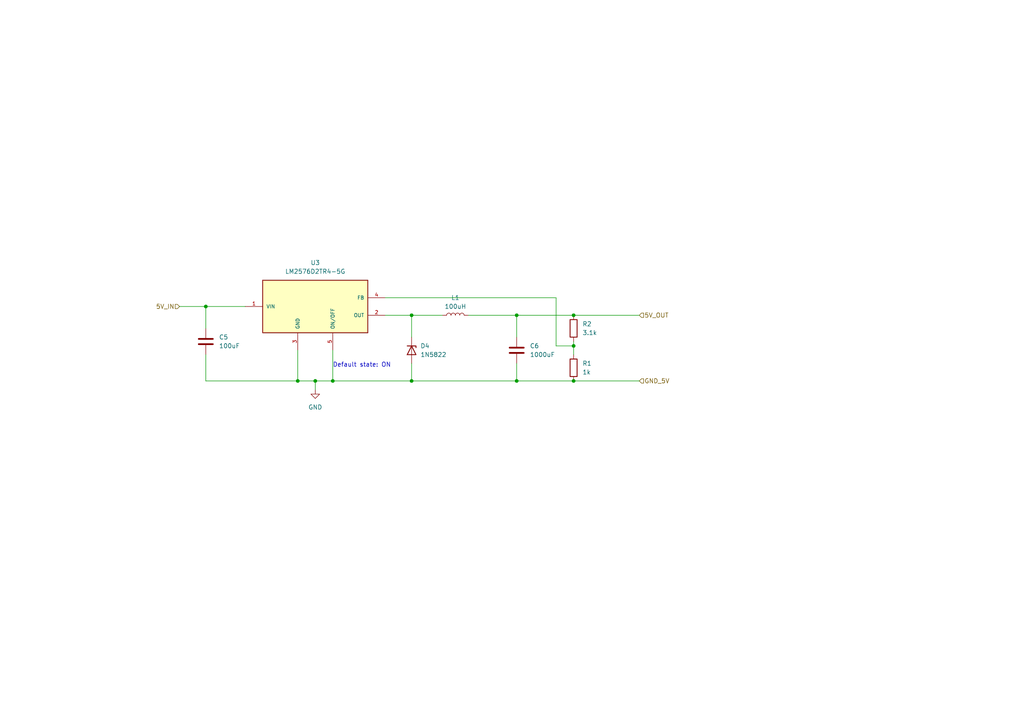
<source format=kicad_sch>
(kicad_sch (version 20230121) (generator eeschema)
  (paper "A4")
  (lib_symbols
    (symbol "Device:C" (pin_numbers hide) (pin_names (offset 0.254))
      (property "Reference" "C" (at 0.635 2.54 0))
      (property "Value" "C" (at 0.635 -2.54 0))
      (symbol "C_0_1"
        (polyline (pts (xy -2.032 -0.762) (xy 2.032 -0.762)) (stroke (width 0.508)))
        (polyline (pts (xy -2.032 0.762) (xy 2.032 0.762)) (stroke (width 0.508)))
      )
      (symbol "C_1_1"
        (pin passive line (at 0 3.81 270) (length 2.794) (name "~") (number "1"))
        (pin passive line (at 0 -3.81 90) (length 2.794) (name "~") (number "2"))
      )
    )
    (symbol "Device:D_Zener" (pin_numbers hide) (pin_names (offset 1.016) hide)
      (property "Reference" "D" (at 0 2.54 0))
      (property "Value" "D_Zener" (at 0 -2.54 0))
      (symbol "D_Zener_0_1"
        (polyline (pts (xy 1.27 0) (xy -1.27 0)))
        (polyline (pts (xy -1.27 -1.27) (xy -1.27 1.27) (xy -0.762 1.27)) (stroke (width 0.254)))
        (polyline (pts (xy 1.27 -1.27) (xy 1.27 1.27) (xy -1.27 0) (xy 1.27 -1.27)) (stroke (width 0.254)))
      )
      (symbol "D_Zener_1_1"
        (pin passive line (at -3.81 0 0) (length 2.54) (name "K") (number "1"))
        (pin passive line (at 3.81 0 180) (length 2.54) (name "A") (number "2"))
      )
    )
    (symbol "Device:L" (pin_numbers hide) (pin_names (offset 1.016) hide)
      (property "Reference" "L" (at -1.27 0 90))
      (property "Value" "L" (at 1.905 0 90))
      (symbol "L_0_1"
        (arc (start 0 -2.54) (mid 0.6323 -1.905) (end 0 -1.27))
        (arc (start 0 -1.27) (mid 0.6323 -0.635) (end 0 0))
        (arc (start 0 0) (mid 0.6323 0.635) (end 0 1.27))
        (arc (start 0 1.27) (mid 0.6323 1.905) (end 0 2.54))
      )
      (symbol "L_1_1"
        (pin passive line (at 0 3.81 270) (length 1.27) (name "1") (number "1"))
        (pin passive line (at 0 -3.81 90) (length 1.27) (name "2") (number "2"))
      )
    )
    (symbol "Device:R" (pin_numbers hide) (pin_names (offset 0))
      (property "Reference" "R" (at 2.032 0 90))
      (property "Value" "R" (at 0 0 90))
      (symbol "R_0_1"
        (rectangle (start -1.016 -2.54) (end 1.016 2.54) (stroke (width 0.254)))
      )
      (symbol "R_1_1"
        (pin passive line (at 0 3.81 270) (length 1.27) (name "~") (number "1"))
        (pin passive line (at 0 -3.81 90) (length 1.27) (name "~") (number "2"))
      )
    )
    (symbol "FCPB_Parts:LM2576D2TR4-5G" (pin_names (offset 1.016))
      (property "Reference" "U" (at -17.8054 -20.3454 0))
      (property "Value" "LM2576D2TR4-5G" (at -17.8054 -22.8854 0))
      (symbol "LM2576D2TR4-5G_0_0"
        (rectangle (start -15.24 -7.62) (end 15.24 7.62) (stroke (width 0.254)) (fill (type background)))
        (pin input line (at -20.32 0 0) (length 5.08) (name "VIN") (number "1"))
        (pin output line (at 20.32 -2.54 180) (length 5.08) (name "OUT") (number "2"))
        (pin passive line (at -5.08 -12.7 90) (length 5.08) (name "GND") (number "3"))
        (pin output line (at 20.32 2.54 180) (length 5.08) (name "FB") (number "4"))
        (pin input line (at 5.08 -12.7 90) (length 5.08) (name "ON/OFF") (number "5"))
      )
    )
    (symbol "power:GND" (power) (pin_names (offset 0))
      (property "Value" "GND" (at 0 -3.81 0))
      (symbol "GND_0_1"
        (polyline (pts (xy 0 0) (xy 0 -1.27) (xy 1.27 -1.27) (xy 0 -2.54) (xy -1.27 -1.27) (xy 0 -1.27)))
      )
      (symbol "GND_1_1"
        (pin power_in line (at 0 0 270) (length 0) hide (name "GND") (number "1"))
      )
    )
  )
  (junction (at 166.37 100.33))
  (junction (at 119.38 91.44))
  (junction (at 166.37 110.49))
  (junction (at 86.36 110.49))
  (junction (at 91.44 110.49))
  (junction (at 119.38 110.49))
  (junction (at 59.69 88.9))
  (junction (at 149.86 91.44))
  (junction (at 149.86 110.49))
  (junction (at 166.37 91.44))
  (junction (at 96.52 110.49))
  (wire (pts (xy 86.36 110.49) (xy 59.69 110.49)))
  (wire (pts (xy 166.37 100.33) (xy 166.37 102.87)))
  (wire (pts (xy 149.86 91.44) (xy 149.86 97.79)))
  (wire (pts (xy 119.38 91.44) (xy 128.27 91.44)))
  (wire (pts (xy 135.89 91.44) (xy 149.86 91.44)))
  (wire (pts (xy 111.76 91.44) (xy 119.38 91.44)))
  (wire (pts (xy 59.69 102.87) (xy 59.69 110.49)))
  (wire (pts (xy 166.37 91.44) (xy 185.42 91.44)))
  (wire (pts (xy 149.86 91.44) (xy 166.37 91.44)))
  (wire (pts (xy 91.44 110.49) (xy 96.52 110.49)))
  (wire (pts (xy 161.29 100.33) (xy 166.37 100.33)))
  (wire (pts (xy 59.69 88.9) (xy 71.12 88.9)))
  (wire (pts (xy 91.44 110.49) (xy 86.36 110.49)))
  (wire (pts (xy 149.86 110.49) (xy 119.38 110.49)))
  (wire (pts (xy 166.37 110.49) (xy 185.42 110.49)))
  (wire (pts (xy 119.38 105.41) (xy 119.38 110.49)))
  (wire (pts (xy 52.07 88.9) (xy 59.69 88.9)))
  (wire (pts (xy 149.86 110.49) (xy 166.37 110.49)))
  (wire (pts (xy 96.52 110.49) (xy 119.38 110.49)))
  (wire (pts (xy 59.69 88.9) (xy 59.69 95.25)))
  (wire (pts (xy 96.52 101.6) (xy 96.52 110.49)))
  (wire (pts (xy 119.38 91.44) (xy 119.38 97.79)))
  (wire (pts (xy 161.29 86.36) (xy 161.29 100.33)))
  (wire (pts (xy 166.37 99.06) (xy 166.37 100.33)))
  (wire (pts (xy 91.44 110.49) (xy 91.44 113.03)))
  (wire (pts (xy 111.76 86.36) (xy 161.29 86.36)))
  (wire (pts (xy 86.36 101.6) (xy 86.36 110.49)))
  (wire (pts (xy 149.86 105.41) (xy 149.86 110.49)))
  (text "Default state: ON\n" (at 96.52 106.68 0) (effects (font (size 1.27 1.27)) (justify left bottom)))
  (hierarchical_label "5V_OUT" (shape input) (at 185.42 91.44 0))
  (hierarchical_label "GND_5V" (shape input) (at 185.42 110.49 0))
  (hierarchical_label "5V_IN" (shape input) (at 52.07 88.9 180))
  (symbol (lib_id "FCPB_Parts:LM2576D2TR4-5G") (at 91.44 88.9 0) (unit 1)
    (property "Reference" "U3" (at 91.44 76.2 0))
    (property "Value" "LM2576D2TR4-5G" (at 91.44 78.74 0))
    (property "Footprint" "D2PAK-5" (effects hide))
    (instances (project "FCBoard" (path "" (reference "U3") (unit 1)) (path "" (reference "U4") (unit 1))))
  )
  (symbol (lib_id "Device:D_Zener") (at 119.38 101.6 270) (unit 1)
    (property "Reference" "D4" (at 121.92 100.33 90) (effects (justify left)))
    (property "Value" "1N5822" (at 121.92 102.87 90) (effects (justify left)))
    (instances (project "FCBoard" (path "" (reference "D4") (unit 1)) (path "" (reference "D7") (unit 1)) (path "" (reference "D12") (unit 1))))
  )
  (symbol (lib_id "Device:R") (at 166.37 106.68 0) (unit 1)
    (property "Reference" "R1" (at 168.91 105.41 0) (effects (justify left)))
    (property "Value" "1k" (at 168.91 107.95 0) (effects (justify left)))
    (instances (project "FCBoard" (path "" (reference "R1") (unit 1)) (path "" (reference "R5") (unit 1)) (path "" (reference "R9") (unit 1))))
  )
  (symbol (lib_id "Device:L") (at 132.08 91.44 90) (unit 1)
    (property "Reference" "L1" (at 132.08 86.36 90))
    (property "Value" "100uH" (at 132.08 88.9 90))
    (instances (project "FCBoard" (path "" (reference "L1") (unit 1)) (path "" (reference "L2") (unit 1)) (path "" (reference "L3") (unit 1))))
  )
  (symbol (lib_id "Device:C") (at 59.69 99.06 0) (unit 1)
    (property "Reference" "C5" (at 63.5 97.79 0) (effects (justify left)))
    (property "Value" "100uF" (at 63.5 100.33 0) (effects (justify left)))
    (instances (project "FCBoard" (path "" (reference "C5") (unit 1)) (path "" (reference "C7") (unit 1)) (path "" (reference "C9") (unit 1))))
  )
  (symbol (lib_id "Device:C") (at 149.86 101.6 0) (unit 1)
    (property "Reference" "C6" (at 153.67 100.33 0) (effects (justify left)))
    (property "Value" "1000uF" (at 153.67 102.87 0) (effects (justify left)))
    (instances (project "FCBoard" (path "" (reference "C6") (unit 1)) (path "" (reference "C8") (unit 1)) (path "" (reference "C10") (unit 1))))
  )
  (symbol (lib_id "power:GND") (at 91.44 113.03 0) (unit 1)
    (property "Reference" "#PWR02" (effects hide))
    (property "Value" "GND" (at 91.44 118.11 0))
    (instances (project "FCBoard" (path "" (reference "#PWR02") (unit 1)) (path "" (reference "#PWR04") (unit 1)) (path "" (reference "#PWR07") (unit 1))))
  )
  (symbol (lib_id "Device:R") (at 166.37 95.25 0) (unit 1)
    (property "Reference" "R2" (at 168.91 93.98 0) (effects (justify left)))
    (property "Value" "3.1k" (at 168.91 96.52 0) (effects (justify left)))
    (instances (project "FCBoard" (path "" (reference "R2") (unit 1)) (path "" (reference "R4") (unit 1)) (path "" (reference "R7") (unit 1))))
  )
)
</source>
